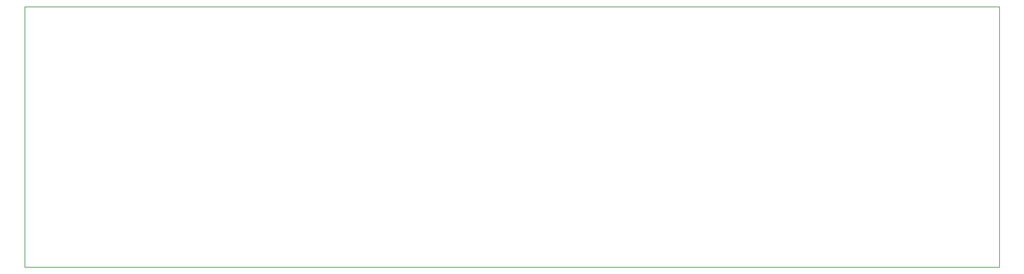
<source format=gbr>
G04 EAGLE Gerber RS-274X export*
G75*
%MOMM*%
%FSLAX34Y34*%
%LPD*%
%IN*%
%IPPOS*%
%AMOC8*
5,1,8,0,0,1.08239X$1,22.5*%
G01*
%ADD10C,0.254000*%


D10*
X0Y0D02*
X3758438Y0D01*
X3758438Y1003810D01*
X0Y1003808D01*
X0Y0D01*
M02*

</source>
